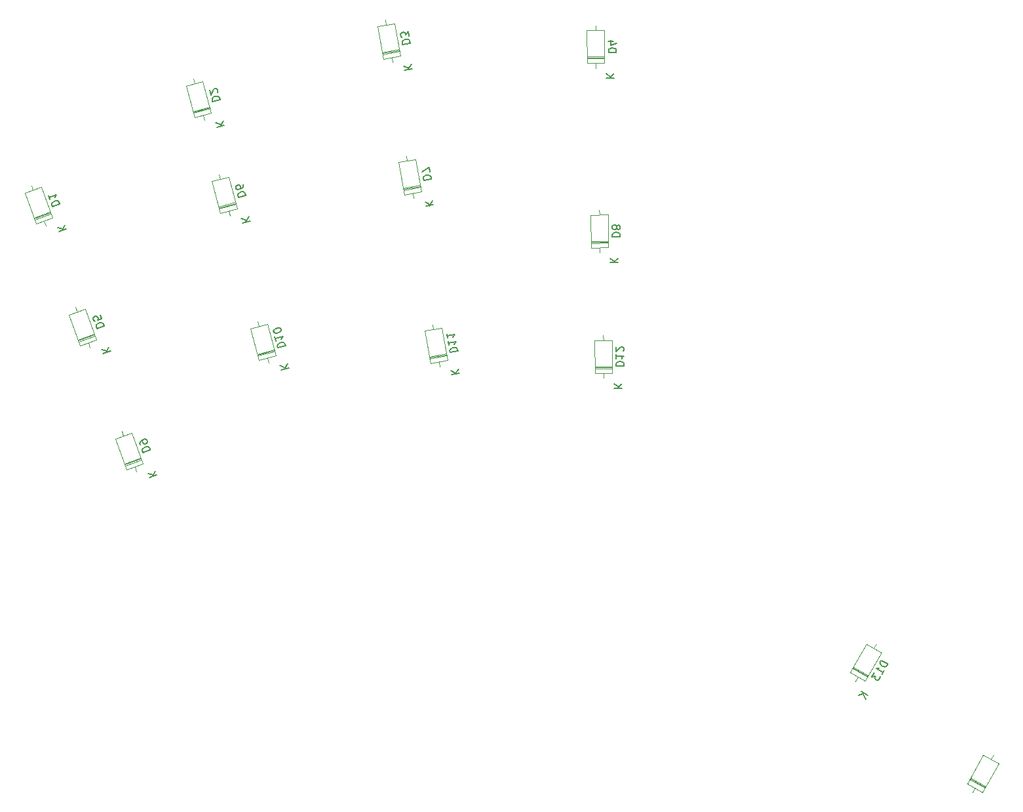
<source format=gbr>
%TF.GenerationSoftware,KiCad,Pcbnew,7.0.2*%
%TF.CreationDate,2023-06-04T21:47:56+09:00*%
%TF.ProjectId,architeuthis_dux,61726368-6974-4657-9574-6869735f6475,v1.0.0*%
%TF.SameCoordinates,Original*%
%TF.FileFunction,Legend,Bot*%
%TF.FilePolarity,Positive*%
%FSLAX46Y46*%
G04 Gerber Fmt 4.6, Leading zero omitted, Abs format (unit mm)*
G04 Created by KiCad (PCBNEW 7.0.2) date 2023-06-04 21:47:56*
%MOMM*%
%LPD*%
G01*
G04 APERTURE LIST*
%ADD10C,0.150000*%
%ADD11C,0.120000*%
G04 APERTURE END LIST*
D10*
%TO.C,D3*%
X192021969Y-45891197D02*
X193006777Y-45717549D01*
X193006777Y-45717549D02*
X192965432Y-45483071D01*
X192965432Y-45483071D02*
X192893730Y-45350653D01*
X192893730Y-45350653D02*
X192783401Y-45273400D01*
X192783401Y-45273400D02*
X192681341Y-45243042D01*
X192681341Y-45243042D02*
X192485489Y-45229222D01*
X192485489Y-45229222D02*
X192344802Y-45254029D01*
X192344802Y-45254029D02*
X192165489Y-45334000D01*
X192165489Y-45334000D02*
X192079967Y-45397434D01*
X192079967Y-45397434D02*
X192002713Y-45507763D01*
X192002713Y-45507763D02*
X191980625Y-45656719D01*
X191980625Y-45656719D02*
X192021969Y-45891197D01*
X192849667Y-44826532D02*
X192742170Y-44216889D01*
X192742170Y-44216889D02*
X192424888Y-44611310D01*
X192424888Y-44611310D02*
X192400081Y-44470623D01*
X192400081Y-44470623D02*
X192336648Y-44385101D01*
X192336648Y-44385101D02*
X192281483Y-44346475D01*
X192281483Y-44346475D02*
X192179423Y-44316117D01*
X192179423Y-44316117D02*
X191944945Y-44357462D01*
X191944945Y-44357462D02*
X191859423Y-44420895D01*
X191859423Y-44420895D02*
X191820796Y-44476060D01*
X191820796Y-44476060D02*
X191790439Y-44578120D01*
X191790439Y-44578120D02*
X191840052Y-44859494D01*
X191840052Y-44859494D02*
X191903486Y-44945016D01*
X191903486Y-44945016D02*
X191958650Y-44983642D01*
X192285741Y-49229926D02*
X193270549Y-49056278D01*
X192186513Y-48667179D02*
X192823681Y-48990012D01*
X193171321Y-48493531D02*
X192707801Y-49155506D01*
%TO.C,D7*%
X194760370Y-63439080D02*
X195745178Y-63265432D01*
X195745178Y-63265432D02*
X195703833Y-63030954D01*
X195703833Y-63030954D02*
X195632131Y-62898536D01*
X195632131Y-62898536D02*
X195521802Y-62821283D01*
X195521802Y-62821283D02*
X195419742Y-62790925D01*
X195419742Y-62790925D02*
X195223890Y-62777105D01*
X195223890Y-62777105D02*
X195083203Y-62801912D01*
X195083203Y-62801912D02*
X194903890Y-62881883D01*
X194903890Y-62881883D02*
X194818368Y-62945317D01*
X194818368Y-62945317D02*
X194741114Y-63055646D01*
X194741114Y-63055646D02*
X194719026Y-63204602D01*
X194719026Y-63204602D02*
X194760370Y-63439080D01*
X195588068Y-62374415D02*
X195472303Y-61717877D01*
X195472303Y-61717877D02*
X194561915Y-62313585D01*
X195024142Y-66777809D02*
X196008950Y-66604161D01*
X194924914Y-66215062D02*
X195562082Y-66537895D01*
X195909722Y-66041414D02*
X195446202Y-66703389D01*
%TO.C,D8*%
X219126836Y-70725055D02*
X220126805Y-70717201D01*
X220126805Y-70717201D02*
X220124935Y-70479113D01*
X220124935Y-70479113D02*
X220076195Y-70336634D01*
X220076195Y-70336634D02*
X219980212Y-70242147D01*
X219980212Y-70242147D02*
X219884603Y-70195278D01*
X219884603Y-70195278D02*
X219693759Y-70149156D01*
X219693759Y-70149156D02*
X219550906Y-70150278D01*
X219550906Y-70150278D02*
X219360810Y-70199392D01*
X219360810Y-70199392D02*
X219265948Y-70247757D01*
X219265948Y-70247757D02*
X219171461Y-70343740D01*
X219171461Y-70343740D02*
X219124966Y-70486967D01*
X219124966Y-70486967D02*
X219126836Y-70725055D01*
X219689271Y-69577745D02*
X219737636Y-69672606D01*
X219737636Y-69672606D02*
X219785628Y-69719850D01*
X219785628Y-69719850D02*
X219881237Y-69766719D01*
X219881237Y-69766719D02*
X219928855Y-69766345D01*
X219928855Y-69766345D02*
X220023716Y-69717980D01*
X220023716Y-69717980D02*
X220070959Y-69669988D01*
X220070959Y-69669988D02*
X220117829Y-69574379D01*
X220117829Y-69574379D02*
X220116333Y-69383909D01*
X220116333Y-69383909D02*
X220067967Y-69289048D01*
X220067967Y-69289048D02*
X220019976Y-69241804D01*
X220019976Y-69241804D02*
X219924367Y-69194934D01*
X219924367Y-69194934D02*
X219876749Y-69195308D01*
X219876749Y-69195308D02*
X219781888Y-69243674D01*
X219781888Y-69243674D02*
X219734644Y-69291666D01*
X219734644Y-69291666D02*
X219687775Y-69387275D01*
X219687775Y-69387275D02*
X219689271Y-69577745D01*
X219689271Y-69577745D02*
X219642401Y-69673354D01*
X219642401Y-69673354D02*
X219595158Y-69721346D01*
X219595158Y-69721346D02*
X219500296Y-69769711D01*
X219500296Y-69769711D02*
X219309826Y-69771207D01*
X219309826Y-69771207D02*
X219214217Y-69724338D01*
X219214217Y-69724338D02*
X219166225Y-69677094D01*
X219166225Y-69677094D02*
X219117860Y-69582233D01*
X219117860Y-69582233D02*
X219116364Y-69391763D01*
X219116364Y-69391763D02*
X219163233Y-69296153D01*
X219163233Y-69296153D02*
X219210477Y-69248162D01*
X219210477Y-69248162D02*
X219305338Y-69199796D01*
X219305338Y-69199796D02*
X219495808Y-69198300D01*
X219495808Y-69198300D02*
X219591418Y-69245170D01*
X219591418Y-69245170D02*
X219639409Y-69292414D01*
X219639409Y-69292414D02*
X219687775Y-69387275D01*
X218833029Y-74061276D02*
X219832998Y-74053422D01*
X218828541Y-73489865D02*
X219403318Y-73913935D01*
X219828510Y-73482011D02*
X219261587Y-74057910D01*
%TO.C,D9*%
X158506775Y-98546495D02*
X159446468Y-98204475D01*
X159446468Y-98204475D02*
X159365034Y-97980738D01*
X159365034Y-97980738D02*
X159271427Y-97862783D01*
X159271427Y-97862783D02*
X159149359Y-97805862D01*
X159149359Y-97805862D02*
X159043578Y-97793688D01*
X159043578Y-97793688D02*
X158848302Y-97814087D01*
X158848302Y-97814087D02*
X158714060Y-97862947D01*
X158714060Y-97862947D02*
X158551358Y-97972841D01*
X158551358Y-97972841D02*
X158478150Y-98050162D01*
X158478150Y-98050162D02*
X158421229Y-98172230D01*
X158421229Y-98172230D02*
X158425342Y-98322758D01*
X158425342Y-98322758D02*
X158506775Y-98546495D01*
X158148468Y-97562055D02*
X158083322Y-97383066D01*
X158083322Y-97383066D02*
X158095495Y-97277285D01*
X158095495Y-97277285D02*
X158123956Y-97216251D01*
X158123956Y-97216251D02*
X158225625Y-97077896D01*
X158225625Y-97077896D02*
X158388327Y-96968002D01*
X158388327Y-96968002D02*
X158746305Y-96837709D01*
X158746305Y-96837709D02*
X158852086Y-96849883D01*
X158852086Y-96849883D02*
X158913120Y-96878343D01*
X158913120Y-96878343D02*
X158990441Y-96951551D01*
X158990441Y-96951551D02*
X159055588Y-97130540D01*
X159055588Y-97130540D02*
X159043414Y-97236321D01*
X159043414Y-97236321D02*
X159014953Y-97297355D01*
X159014953Y-97297355D02*
X158941745Y-97374676D01*
X158941745Y-97374676D02*
X158718009Y-97456109D01*
X158718009Y-97456109D02*
X158612228Y-97443935D01*
X158612228Y-97443935D02*
X158551194Y-97415475D01*
X158551194Y-97415475D02*
X158473873Y-97342267D01*
X158473873Y-97342267D02*
X158408726Y-97163278D01*
X158408726Y-97163278D02*
X158420900Y-97057497D01*
X158420900Y-97057497D02*
X158449361Y-96996463D01*
X158449361Y-96996463D02*
X158522569Y-96919142D01*
X159346303Y-101788699D02*
X160285996Y-101446678D01*
X159150863Y-101251731D02*
X159834411Y-101459017D01*
X160090556Y-100909711D02*
X159749029Y-101642118D01*
%TO.C,D12*%
X219636943Y-87391348D02*
X220636912Y-87383494D01*
X220636912Y-87383494D02*
X220635042Y-87145406D01*
X220635042Y-87145406D02*
X220586302Y-87002928D01*
X220586302Y-87002928D02*
X220490319Y-86908440D01*
X220490319Y-86908440D02*
X220394710Y-86861571D01*
X220394710Y-86861571D02*
X220203866Y-86815449D01*
X220203866Y-86815449D02*
X220061013Y-86816571D01*
X220061013Y-86816571D02*
X219870917Y-86865685D01*
X219870917Y-86865685D02*
X219776055Y-86914050D01*
X219776055Y-86914050D02*
X219681568Y-87010034D01*
X219681568Y-87010034D02*
X219635073Y-87153260D01*
X219635073Y-87153260D02*
X219636943Y-87391348D01*
X219624975Y-85867586D02*
X219629463Y-86438997D01*
X219627219Y-86153291D02*
X220627188Y-86145437D01*
X220627188Y-86145437D02*
X220485083Y-86241794D01*
X220485083Y-86241794D02*
X220390596Y-86337778D01*
X220390596Y-86337778D02*
X220343726Y-86433387D01*
X220526717Y-85479539D02*
X220573960Y-85431547D01*
X220573960Y-85431547D02*
X220620830Y-85335938D01*
X220620830Y-85335938D02*
X220618960Y-85097850D01*
X220618960Y-85097850D02*
X220570594Y-85002989D01*
X220570594Y-85002989D02*
X220522603Y-84955746D01*
X220522603Y-84955746D02*
X220426994Y-84908876D01*
X220426994Y-84908876D02*
X220331759Y-84909624D01*
X220331759Y-84909624D02*
X220189280Y-84958364D01*
X220189280Y-84958364D02*
X219622357Y-85534263D01*
X219622357Y-85534263D02*
X219617495Y-84915234D01*
X219339396Y-90251393D02*
X220339365Y-90243539D01*
X219334908Y-89679982D02*
X219909685Y-90104052D01*
X220334877Y-89672128D02*
X219767954Y-90248027D01*
%TO.C,D4*%
X218633203Y-46915172D02*
X219633172Y-46907318D01*
X219633172Y-46907318D02*
X219631302Y-46669230D01*
X219631302Y-46669230D02*
X219582562Y-46526751D01*
X219582562Y-46526751D02*
X219486579Y-46432264D01*
X219486579Y-46432264D02*
X219390970Y-46385395D01*
X219390970Y-46385395D02*
X219200126Y-46339273D01*
X219200126Y-46339273D02*
X219057273Y-46340395D01*
X219057273Y-46340395D02*
X218867177Y-46389509D01*
X218867177Y-46389509D02*
X218772315Y-46437874D01*
X218772315Y-46437874D02*
X218677828Y-46533857D01*
X218677828Y-46533857D02*
X218631333Y-46677084D01*
X218631333Y-46677084D02*
X218633203Y-46915172D01*
X219288629Y-45481409D02*
X218621983Y-45486644D01*
X219671439Y-45716504D02*
X218959046Y-45960202D01*
X218959046Y-45960202D02*
X218954184Y-45341174D01*
X218339396Y-50251393D02*
X219339365Y-50243539D01*
X218334908Y-49679982D02*
X218909685Y-50104052D01*
X219334877Y-49672128D02*
X218767954Y-50248027D01*
%TO.C,D5*%
X152506775Y-82546495D02*
X153446468Y-82204475D01*
X153446468Y-82204475D02*
X153365034Y-81980738D01*
X153365034Y-81980738D02*
X153271427Y-81862783D01*
X153271427Y-81862783D02*
X153149359Y-81805862D01*
X153149359Y-81805862D02*
X153043578Y-81793688D01*
X153043578Y-81793688D02*
X152848302Y-81814087D01*
X152848302Y-81814087D02*
X152714060Y-81862947D01*
X152714060Y-81862947D02*
X152551358Y-81972841D01*
X152551358Y-81972841D02*
X152478150Y-82050162D01*
X152478150Y-82050162D02*
X152421229Y-82172230D01*
X152421229Y-82172230D02*
X152425342Y-82322758D01*
X152425342Y-82322758D02*
X152506775Y-82546495D01*
X152941581Y-80817309D02*
X153104448Y-81264782D01*
X153104448Y-81264782D02*
X152673262Y-81472396D01*
X152673262Y-81472396D02*
X152701722Y-81411362D01*
X152701722Y-81411362D02*
X152713896Y-81305581D01*
X152713896Y-81305581D02*
X152632463Y-81081844D01*
X152632463Y-81081844D02*
X152555142Y-81008637D01*
X152555142Y-81008637D02*
X152494108Y-80980176D01*
X152494108Y-80980176D02*
X152388327Y-80968002D01*
X152388327Y-80968002D02*
X152164591Y-81049435D01*
X152164591Y-81049435D02*
X152091383Y-81126756D01*
X152091383Y-81126756D02*
X152062922Y-81187790D01*
X152062922Y-81187790D02*
X152050748Y-81293571D01*
X152050748Y-81293571D02*
X152132182Y-81517308D01*
X152132182Y-81517308D02*
X152209502Y-81590515D01*
X152209502Y-81590515D02*
X152270536Y-81618976D01*
X153346303Y-85788699D02*
X154285996Y-85446678D01*
X153150863Y-85251731D02*
X153834411Y-85459017D01*
X154090556Y-84909711D02*
X153749029Y-85642118D01*
%TO.C,D6*%
X170805839Y-65603805D02*
X171771765Y-65344986D01*
X171771765Y-65344986D02*
X171710141Y-65115004D01*
X171710141Y-65115004D02*
X171627170Y-64989339D01*
X171627170Y-64989339D02*
X171510528Y-64921995D01*
X171510528Y-64921995D02*
X171406210Y-64900648D01*
X171406210Y-64900648D02*
X171209900Y-64903951D01*
X171209900Y-64903951D02*
X171071910Y-64940925D01*
X171071910Y-64940925D02*
X170900249Y-65036220D01*
X170900249Y-65036220D02*
X170820581Y-65106866D01*
X170820581Y-65106866D02*
X170753238Y-65223508D01*
X170753238Y-65223508D02*
X170744215Y-65373823D01*
X170744215Y-65373823D02*
X170805839Y-65603805D01*
X171402023Y-63965092D02*
X171451322Y-64149078D01*
X171451322Y-64149078D02*
X171429975Y-64253395D01*
X171429975Y-64253395D02*
X171396303Y-64311717D01*
X171396303Y-64311717D02*
X171282963Y-64440684D01*
X171282963Y-64440684D02*
X171111302Y-64535979D01*
X171111302Y-64535979D02*
X170743330Y-64634577D01*
X170743330Y-64634577D02*
X170639013Y-64613230D01*
X170639013Y-64613230D02*
X170580692Y-64579558D01*
X170580692Y-64579558D02*
X170510046Y-64499890D01*
X170510046Y-64499890D02*
X170460747Y-64315904D01*
X170460747Y-64315904D02*
X170482094Y-64211586D01*
X170482094Y-64211586D02*
X170515766Y-64153265D01*
X170515766Y-64153265D02*
X170595434Y-64082619D01*
X170595434Y-64082619D02*
X170825416Y-64020995D01*
X170825416Y-64020995D02*
X170929734Y-64042343D01*
X170929734Y-64042343D02*
X170988055Y-64076014D01*
X170988055Y-64076014D02*
X171058701Y-64155682D01*
X171058701Y-64155682D02*
X171108000Y-64339668D01*
X171108000Y-64339668D02*
X171086653Y-64443986D01*
X171086653Y-64443986D02*
X171052981Y-64502307D01*
X171052981Y-64502307D02*
X170973313Y-64572953D01*
X171359596Y-68906841D02*
X172325522Y-68648022D01*
X171211699Y-68354883D02*
X171874579Y-68620955D01*
X172177625Y-68096064D02*
X171773564Y-68795918D01*
%TO.C,D2*%
X167478040Y-53264160D02*
X168443966Y-53005341D01*
X168443966Y-53005341D02*
X168382342Y-52775359D01*
X168382342Y-52775359D02*
X168299371Y-52649694D01*
X168299371Y-52649694D02*
X168182729Y-52582350D01*
X168182729Y-52582350D02*
X168078411Y-52561003D01*
X168078411Y-52561003D02*
X167882101Y-52564306D01*
X167882101Y-52564306D02*
X167744111Y-52601280D01*
X167744111Y-52601280D02*
X167572450Y-52696575D01*
X167572450Y-52696575D02*
X167492782Y-52767221D01*
X167492782Y-52767221D02*
X167425439Y-52883863D01*
X167425439Y-52883863D02*
X167416416Y-53034178D01*
X167416416Y-53034178D02*
X167478040Y-53264160D01*
X168105478Y-52110061D02*
X168139150Y-52051740D01*
X168139150Y-52051740D02*
X168160497Y-51947422D01*
X168160497Y-51947422D02*
X168098874Y-51717440D01*
X168098874Y-51717440D02*
X168028228Y-51637772D01*
X168028228Y-51637772D02*
X167969906Y-51604100D01*
X167969906Y-51604100D02*
X167865589Y-51582753D01*
X167865589Y-51582753D02*
X167773596Y-51607402D01*
X167773596Y-51607402D02*
X167647931Y-51690373D01*
X167647931Y-51690373D02*
X167243870Y-52390227D01*
X167243870Y-52390227D02*
X167083649Y-51792273D01*
X168031797Y-56567196D02*
X168997723Y-56308377D01*
X167883900Y-56015238D02*
X168546780Y-56281310D01*
X168849826Y-55756419D02*
X168445765Y-56456273D01*
%TO.C,D1*%
X146812968Y-66806953D02*
X147752661Y-66464933D01*
X147752661Y-66464933D02*
X147671227Y-66241196D01*
X147671227Y-66241196D02*
X147577620Y-66123241D01*
X147577620Y-66123241D02*
X147455552Y-66066320D01*
X147455552Y-66066320D02*
X147349771Y-66054146D01*
X147349771Y-66054146D02*
X147154495Y-66074545D01*
X147154495Y-66074545D02*
X147020253Y-66123405D01*
X147020253Y-66123405D02*
X146857551Y-66233299D01*
X146857551Y-66233299D02*
X146784343Y-66310620D01*
X146784343Y-66310620D02*
X146727422Y-66432688D01*
X146727422Y-66432688D02*
X146731535Y-66583216D01*
X146731535Y-66583216D02*
X146812968Y-66806953D01*
X146291795Y-65375040D02*
X146487235Y-65912007D01*
X146389515Y-65643524D02*
X147329207Y-65301504D01*
X147329207Y-65301504D02*
X147227539Y-65439858D01*
X147227539Y-65439858D02*
X147170618Y-65561926D01*
X147170618Y-65561926D02*
X147158444Y-65667707D01*
X147652496Y-70049157D02*
X148592189Y-69707136D01*
X147457056Y-69512189D02*
X148140604Y-69719475D01*
X148396749Y-69170169D02*
X148055222Y-69902576D01*
%TO.C,D10*%
X175929086Y-85063770D02*
X176895012Y-84804951D01*
X176895012Y-84804951D02*
X176833388Y-84574969D01*
X176833388Y-84574969D02*
X176750418Y-84449304D01*
X176750418Y-84449304D02*
X176633775Y-84381961D01*
X176633775Y-84381961D02*
X176529458Y-84360613D01*
X176529458Y-84360613D02*
X176333147Y-84363916D01*
X176333147Y-84363916D02*
X176195158Y-84400890D01*
X176195158Y-84400890D02*
X176023497Y-84496185D01*
X176023497Y-84496185D02*
X175943828Y-84566831D01*
X175943828Y-84566831D02*
X175876485Y-84683474D01*
X175876485Y-84683474D02*
X175867463Y-84833788D01*
X175867463Y-84833788D02*
X175929086Y-85063770D01*
X175534695Y-83591883D02*
X175682592Y-84143841D01*
X175608643Y-83867862D02*
X176574569Y-83609043D01*
X176574569Y-83609043D02*
X176461229Y-83738010D01*
X176461229Y-83738010D02*
X176393886Y-83854652D01*
X176393886Y-83854652D02*
X176372539Y-83958970D01*
X176340400Y-82735110D02*
X176315750Y-82643117D01*
X176315750Y-82643117D02*
X176245104Y-82563449D01*
X176245104Y-82563449D02*
X176186783Y-82529777D01*
X176186783Y-82529777D02*
X176082465Y-82508430D01*
X176082465Y-82508430D02*
X175886155Y-82511732D01*
X175886155Y-82511732D02*
X175656173Y-82573356D01*
X175656173Y-82573356D02*
X175484511Y-82668651D01*
X175484511Y-82668651D02*
X175404843Y-82739297D01*
X175404843Y-82739297D02*
X175371171Y-82797618D01*
X175371171Y-82797618D02*
X175349824Y-82901936D01*
X175349824Y-82901936D02*
X175374474Y-82993929D01*
X175374474Y-82993929D02*
X175445120Y-83073597D01*
X175445120Y-83073597D02*
X175503441Y-83107269D01*
X175503441Y-83107269D02*
X175607759Y-83128616D01*
X175607759Y-83128616D02*
X175804069Y-83125314D01*
X175804069Y-83125314D02*
X176034052Y-83063690D01*
X176034052Y-83063690D02*
X176205713Y-82968395D01*
X176205713Y-82968395D02*
X176285381Y-82897749D01*
X176285381Y-82897749D02*
X176319053Y-82839428D01*
X176319053Y-82839428D02*
X176340400Y-82735110D01*
X176359596Y-87906841D02*
X177325522Y-87648022D01*
X176211699Y-87354883D02*
X176874579Y-87620955D01*
X177177625Y-87096064D02*
X176773564Y-87795918D01*
%TO.C,D11*%
X198181460Y-85660153D02*
X199166268Y-85486505D01*
X199166268Y-85486505D02*
X199124923Y-85252027D01*
X199124923Y-85252027D02*
X199053221Y-85119609D01*
X199053221Y-85119609D02*
X198942892Y-85042356D01*
X198942892Y-85042356D02*
X198840831Y-85011998D01*
X198840831Y-85011998D02*
X198644980Y-84998179D01*
X198644980Y-84998179D02*
X198504293Y-85022986D01*
X198504293Y-85022986D02*
X198324980Y-85102957D01*
X198324980Y-85102957D02*
X198239457Y-85166391D01*
X198239457Y-85166391D02*
X198162204Y-85276720D01*
X198162204Y-85276720D02*
X198140115Y-85425675D01*
X198140115Y-85425675D02*
X198181460Y-85660153D01*
X197916853Y-84159494D02*
X198016081Y-84722241D01*
X197966467Y-84440868D02*
X198951275Y-84267220D01*
X198951275Y-84267220D02*
X198827126Y-84385818D01*
X198827126Y-84385818D02*
X198749873Y-84496147D01*
X198749873Y-84496147D02*
X198719515Y-84598207D01*
X197751474Y-83221582D02*
X197850702Y-83784329D01*
X197801088Y-83502956D02*
X198785896Y-83329307D01*
X198785896Y-83329307D02*
X198661747Y-83447905D01*
X198661747Y-83447905D02*
X198584494Y-83558235D01*
X198584494Y-83558235D02*
X198554136Y-83660295D01*
X198362542Y-88529926D02*
X199347350Y-88356278D01*
X198263314Y-87967179D02*
X198900482Y-88290012D01*
X199248122Y-87793531D02*
X198784602Y-88455506D01*
%TO.C,D13*%
X254708297Y-125878253D02*
X253835801Y-125389631D01*
X253835801Y-125389631D02*
X253719462Y-125597368D01*
X253719462Y-125597368D02*
X253691207Y-125745278D01*
X253691207Y-125745278D02*
X253727766Y-125874909D01*
X253727766Y-125874909D02*
X253787593Y-125962991D01*
X253787593Y-125962991D02*
X253930515Y-126097610D01*
X253930515Y-126097610D02*
X254055158Y-126167413D01*
X254055158Y-126167413D02*
X254244615Y-126218936D01*
X254244615Y-126218936D02*
X254350978Y-126223924D01*
X254350978Y-126223924D02*
X254480608Y-126187364D01*
X254480608Y-126187364D02*
X254591958Y-126085990D01*
X254591958Y-126085990D02*
X254708297Y-125878253D01*
X253963731Y-127207770D02*
X254242943Y-126709201D01*
X254103337Y-126958486D02*
X253230841Y-126469864D01*
X253230841Y-126469864D02*
X253402019Y-126456573D01*
X253402019Y-126456573D02*
X253531649Y-126420013D01*
X253531649Y-126420013D02*
X253619732Y-126360186D01*
X252928361Y-127009981D02*
X252625881Y-127550098D01*
X252625881Y-127550098D02*
X253121134Y-127445407D01*
X253121134Y-127445407D02*
X253051331Y-127570049D01*
X253051331Y-127570049D02*
X253046344Y-127676412D01*
X253046344Y-127676412D02*
X253064623Y-127741227D01*
X253064623Y-127741227D02*
X253124450Y-127829310D01*
X253124450Y-127829310D02*
X253332188Y-127945648D01*
X253332188Y-127945648D02*
X253438550Y-127950636D01*
X253438550Y-127950636D02*
X253503365Y-127932356D01*
X253503365Y-127932356D02*
X253591448Y-127872529D01*
X253591448Y-127872529D02*
X253731054Y-127623245D01*
X253731054Y-127623245D02*
X253736042Y-127516882D01*
X253736042Y-127516882D02*
X253717762Y-127452067D01*
X252102098Y-129877052D02*
X251229602Y-129388431D01*
X251822886Y-130375621D02*
X251533726Y-129722482D01*
X250950390Y-129887000D02*
X251728171Y-129667643D01*
D11*
%TO.C,D3*%
X190742605Y-48180035D02*
X190629734Y-47539910D01*
X189526749Y-47734396D02*
X188790481Y-43558811D01*
X191732718Y-47345424D02*
X189526749Y-47734396D01*
X191628529Y-46754539D02*
X189422560Y-47143511D01*
X191607692Y-46636362D02*
X189401722Y-47025334D01*
X191586854Y-46518185D02*
X189380884Y-46907157D01*
X188790481Y-43558811D02*
X190996450Y-43169839D01*
X190996450Y-43169839D02*
X191732718Y-47345424D01*
X189780594Y-42724200D02*
X189893465Y-43364325D01*
%TO.C,D7*%
X193481006Y-65727918D02*
X193368135Y-65087793D01*
X192265150Y-65282279D02*
X191528882Y-61106694D01*
X194471119Y-64893307D02*
X192265150Y-65282279D01*
X194366930Y-64302422D02*
X192160961Y-64691394D01*
X194346093Y-64184245D02*
X192140123Y-64573217D01*
X194325255Y-64066068D02*
X192119285Y-64455040D01*
X191528882Y-61106694D02*
X193734851Y-60717722D01*
X193734851Y-60717722D02*
X194471119Y-64893307D01*
X192518995Y-60272083D02*
X192631866Y-60912208D01*
%TO.C,D8*%
X217485465Y-72769915D02*
X217480360Y-72119935D01*
X216360394Y-72128731D02*
X216327094Y-67888862D01*
X218600325Y-72111139D02*
X216360394Y-72128731D01*
X218595613Y-71511157D02*
X216355682Y-71528750D01*
X218594671Y-71391161D02*
X216354740Y-71408754D01*
X218593728Y-71271165D02*
X216353797Y-71288757D01*
X216327094Y-67888862D02*
X218567025Y-67871270D01*
X218567025Y-67871270D02*
X218600325Y-72111139D01*
X217441954Y-67230086D02*
X217447059Y-67880066D01*
%TO.C,D9*%
X157644299Y-101022720D02*
X157421986Y-100411919D01*
X156369530Y-100794982D02*
X154919365Y-96810685D01*
X158474442Y-100028857D02*
X156369530Y-100794982D01*
X158269230Y-99465041D02*
X156164318Y-100231166D01*
X158228187Y-99352278D02*
X156123276Y-100118403D01*
X158187145Y-99239515D02*
X156082233Y-100005640D01*
X154919365Y-96810685D02*
X157024276Y-96044560D01*
X157024276Y-96044560D02*
X158474442Y-100028857D01*
X155749507Y-95816823D02*
X155971821Y-96427623D01*
%TO.C,D12*%
X217991832Y-88960032D02*
X217986727Y-88310052D01*
X216866761Y-88318848D02*
X216833461Y-84078979D01*
X219106692Y-88301256D02*
X216866761Y-88318848D01*
X219101980Y-87701274D02*
X216862049Y-87718867D01*
X219101038Y-87581278D02*
X216861107Y-87598871D01*
X219100095Y-87461282D02*
X216860164Y-87478874D01*
X216833461Y-84078979D02*
X219073392Y-84061387D01*
X219073392Y-84061387D02*
X219106692Y-88301256D01*
X217948321Y-83420203D02*
X217953426Y-84070183D01*
%TO.C,D4*%
X216991832Y-48960032D02*
X216986727Y-48310052D01*
X215866761Y-48318848D02*
X215833461Y-44078979D01*
X218106692Y-48301256D02*
X215866761Y-48318848D01*
X218101980Y-47701274D02*
X215862049Y-47718867D01*
X218101038Y-47581278D02*
X215861107Y-47598871D01*
X218100095Y-47461282D02*
X215860164Y-47478874D01*
X215833461Y-44078979D02*
X218073392Y-44061387D01*
X218073392Y-44061387D02*
X218106692Y-48301256D01*
X216948321Y-43420203D02*
X216953426Y-44070183D01*
%TO.C,D5*%
X151644299Y-85022720D02*
X151421986Y-84411919D01*
X150369530Y-84794982D02*
X148919365Y-80810685D01*
X152474442Y-84028857D02*
X150369530Y-84794982D01*
X152269230Y-83465041D02*
X150164318Y-84231166D01*
X152228187Y-83352278D02*
X150123276Y-84118403D01*
X152187145Y-83239515D02*
X150082233Y-84005640D01*
X148919365Y-80810685D02*
X151024276Y-80044560D01*
X151024276Y-80044560D02*
X152474442Y-84028857D01*
X149749507Y-79816823D02*
X149971821Y-80427623D01*
%TO.C,D6*%
X169730828Y-67995437D02*
X169562596Y-67367585D01*
X168480759Y-67657463D02*
X167383366Y-63561937D01*
X170644433Y-67077708D02*
X168480759Y-67657463D01*
X170489141Y-66498153D02*
X168325467Y-67077907D01*
X170458083Y-66382241D02*
X168294409Y-66961996D01*
X170427025Y-66266330D02*
X168263351Y-66846085D01*
X167383366Y-63561937D02*
X169547040Y-62982183D01*
X169547040Y-62982183D02*
X170644433Y-67077708D01*
X168296971Y-62644208D02*
X168465203Y-63272060D01*
%TO.C,D2*%
X166403029Y-55655792D02*
X166234797Y-55027940D01*
X165152960Y-55317818D02*
X164055567Y-51222292D01*
X167316634Y-54738063D02*
X165152960Y-55317818D01*
X167161342Y-54158508D02*
X164997668Y-54738262D01*
X167130284Y-54042596D02*
X164966610Y-54622351D01*
X167099226Y-53926685D02*
X164935552Y-54506440D01*
X164055567Y-51222292D02*
X166219241Y-50642538D01*
X166219241Y-50642538D02*
X167316634Y-54738063D01*
X164969172Y-50304563D02*
X165137404Y-50932415D01*
%TO.C,D14*%
X265646519Y-142416814D02*
X265964123Y-141849692D01*
X264986927Y-141302436D02*
X267058681Y-137603053D01*
X266941318Y-142396948D02*
X264986927Y-141302436D01*
X267234491Y-141873450D02*
X265280100Y-140778938D01*
X267293126Y-141768750D02*
X265338735Y-140674239D01*
X267351760Y-141664051D02*
X265397369Y-140569539D01*
X267058681Y-137603053D02*
X269013072Y-138697564D01*
X269013072Y-138697564D02*
X266941318Y-142396948D01*
X268353481Y-137583186D02*
X268035877Y-138150309D01*
%TO.C,D1*%
X145950492Y-69283178D02*
X145728179Y-68672377D01*
X144675723Y-69055440D02*
X143225558Y-65071143D01*
X146780635Y-68289315D02*
X144675723Y-69055440D01*
X146575423Y-67725499D02*
X144470511Y-68491624D01*
X146534380Y-67612736D02*
X144429469Y-68378861D01*
X146493338Y-67499973D02*
X144388426Y-68266098D01*
X143225558Y-65071143D02*
X145330469Y-64305018D01*
X145330469Y-64305018D02*
X146780635Y-68289315D01*
X144055700Y-64077281D02*
X144278014Y-64688081D01*
%TO.C,D10*%
X174730828Y-86995437D02*
X174562596Y-86367585D01*
X173480759Y-86657463D02*
X172383366Y-82561937D01*
X175644433Y-86077708D02*
X173480759Y-86657463D01*
X175489141Y-85498153D02*
X173325467Y-86077907D01*
X175458083Y-85382241D02*
X173294409Y-85961996D01*
X175427025Y-85266330D02*
X173263351Y-85846085D01*
X172383366Y-82561937D02*
X174547040Y-81982183D01*
X174547040Y-81982183D02*
X175644433Y-86077708D01*
X173296971Y-81644208D02*
X173465203Y-82272060D01*
%TO.C,D11*%
X196819406Y-87480035D02*
X196706535Y-86839910D01*
X195603550Y-87034396D02*
X194867282Y-82858811D01*
X197809519Y-86645424D02*
X195603550Y-87034396D01*
X197705330Y-86054539D02*
X195499361Y-86443511D01*
X197684493Y-85936362D02*
X195478523Y-86325334D01*
X197663655Y-85818185D02*
X195457685Y-86207157D01*
X194867282Y-82858811D02*
X197073251Y-82469839D01*
X197073251Y-82469839D02*
X197809519Y-86645424D01*
X195857395Y-82024200D02*
X195970266Y-82664325D01*
%TO.C,D13*%
X250508166Y-128092604D02*
X250825770Y-127525482D01*
X249848574Y-126978226D02*
X251920328Y-123278843D01*
X251802965Y-128072738D02*
X249848574Y-126978226D01*
X252096138Y-127549240D02*
X250141747Y-126454728D01*
X252154773Y-127444540D02*
X250200382Y-126350029D01*
X252213407Y-127339841D02*
X250259016Y-126245329D01*
X251920328Y-123278843D02*
X253874719Y-124373354D01*
X253874719Y-124373354D02*
X251802965Y-128072738D01*
X253215128Y-123258976D02*
X252897524Y-123826099D01*
%TD*%
M02*

</source>
